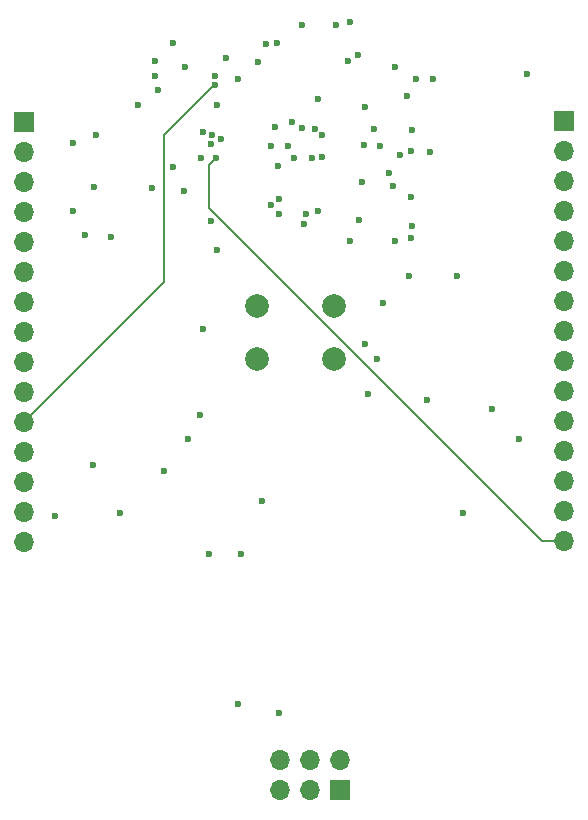
<source format=gbr>
%TF.GenerationSoftware,KiCad,Pcbnew,9.0.0*%
%TF.CreationDate,2025-04-07T20:23:24+05:30*%
%TF.ProjectId,arduino nano clone,61726475-696e-46f2-906e-616e6f20636c,rev?*%
%TF.SameCoordinates,Original*%
%TF.FileFunction,Copper,L4,Inr*%
%TF.FilePolarity,Positive*%
%FSLAX46Y46*%
G04 Gerber Fmt 4.6, Leading zero omitted, Abs format (unit mm)*
G04 Created by KiCad (PCBNEW 9.0.0) date 2025-04-07 20:23:24*
%MOMM*%
%LPD*%
G01*
G04 APERTURE LIST*
%TA.AperFunction,ComponentPad*%
%ADD10R,1.700000X1.700000*%
%TD*%
%TA.AperFunction,ComponentPad*%
%ADD11O,1.700000X1.700000*%
%TD*%
%TA.AperFunction,ComponentPad*%
%ADD12C,2.000000*%
%TD*%
%TA.AperFunction,ViaPad*%
%ADD13C,0.600000*%
%TD*%
%TA.AperFunction,Conductor*%
%ADD14C,0.200000*%
%TD*%
G04 APERTURE END LIST*
D10*
%TO.N,/D1{slash}TX*%
%TO.C,J3*%
X176377380Y-73380000D03*
D11*
%TO.N,/D0{slash}RX*%
X176377380Y-75920000D03*
%TO.N,/RESET*%
X176377380Y-78460000D03*
%TO.N,GND*%
X176377380Y-81000000D03*
%TO.N,/D2*%
X176377380Y-83540000D03*
%TO.N,/D3*%
X176377380Y-86080000D03*
%TO.N,/D4*%
X176377380Y-88620000D03*
%TO.N,/D5*%
X176377380Y-91160000D03*
%TO.N,/D6*%
X176377380Y-93700000D03*
%TO.N,/D7*%
X176377380Y-96240000D03*
%TO.N,/D8*%
X176377380Y-98780000D03*
%TO.N,/D9*%
X176377380Y-101320000D03*
%TO.N,/D10*%
X176377380Y-103860000D03*
%TO.N,/D11{slash}MOSI*%
X176377380Y-106400000D03*
%TO.N,/D12{slash}MISO*%
X176377380Y-108940000D03*
%TD*%
D10*
%TO.N,VCC*%
%TO.C,J4*%
X130627380Y-73420000D03*
D11*
%TO.N,GND*%
X130627380Y-75960000D03*
%TO.N,/RESET*%
X130627380Y-78500000D03*
%TO.N,+5V*%
X130627380Y-81040000D03*
%TO.N,/A7*%
X130627380Y-83580000D03*
%TO.N,/A6*%
X130627380Y-86120000D03*
%TO.N,/A5*%
X130627380Y-88660000D03*
%TO.N,/A4*%
X130627380Y-91200000D03*
%TO.N,/A3*%
X130627380Y-93740000D03*
%TO.N,/A2*%
X130627380Y-96280000D03*
%TO.N,/A1*%
X130627380Y-98820000D03*
%TO.N,/A0*%
X130627380Y-101360000D03*
%TO.N,/AREF*%
X130627380Y-103900000D03*
%TO.N,+3V3*%
X130627380Y-106440000D03*
%TO.N,/D13{slash}SCK*%
X130627380Y-108980000D03*
%TD*%
D10*
%TO.N,/D12{slash}MISO*%
%TO.C,J2*%
X157402380Y-130025000D03*
D11*
%TO.N,+5V*%
X157402380Y-127485000D03*
%TO.N,/D13{slash}SCK*%
X154862380Y-130025000D03*
%TO.N,/D11{slash}MOSI*%
X154862380Y-127485000D03*
%TO.N,/RESET*%
X152322380Y-130025000D03*
%TO.N,GND*%
X152322380Y-127485000D03*
%TD*%
D12*
%TO.N,Net-(U1-~{RESET}{slash}PC6)*%
%TO.C,SW1*%
X156877380Y-89000000D03*
X150377380Y-89000000D03*
%TO.N,GND*%
X156877380Y-93500000D03*
X150377380Y-93500000D03*
%TD*%
D13*
%TO.N,*%
X162450000Y-76200000D03*
X136560000Y-78940000D03*
X163450000Y-74150000D03*
X141450000Y-79000000D03*
%TO.N,GND*%
X150754760Y-105500000D03*
X145504760Y-98250000D03*
X159480000Y-72190000D03*
X158254760Y-83500000D03*
X163379178Y-75876996D03*
X170254760Y-97750000D03*
X145600000Y-76440000D03*
%TO.N,/AREF*%
X155852378Y-76370000D03*
X163504760Y-82250000D03*
%TO.N,Net-(U1-XTAL2{slash}PB7)*%
X155004760Y-76500000D03*
X136754760Y-74500000D03*
%TO.N,Net-(U1-XTAL1{slash}PB6)*%
X140254760Y-72000000D03*
X161504760Y-77750000D03*
X159254760Y-78500000D03*
%TO.N,+5V*%
X137960000Y-83200000D03*
X136504760Y-102500000D03*
X147310000Y-74840000D03*
X165270000Y-69810000D03*
X159399791Y-75366031D03*
X153494760Y-76480000D03*
X149004760Y-110000000D03*
X164754760Y-97000000D03*
X146254760Y-110000000D03*
X163780000Y-69810000D03*
%TO.N,Net-(U3-DTR)*%
X141754760Y-68250000D03*
X145754760Y-74250000D03*
%TO.N,Net-(D4-A)*%
X167254760Y-86500000D03*
X163254760Y-86500000D03*
X161004760Y-88750000D03*
%TO.N,VCC*%
X148754760Y-122750000D03*
X134754760Y-75250000D03*
X133254760Y-106750000D03*
X134754760Y-81000000D03*
X154127380Y-65250000D03*
X152254760Y-123500000D03*
X135754760Y-83000000D03*
%TO.N,Net-(J1-D+)*%
X162004760Y-83500000D03*
X157004760Y-65250000D03*
%TO.N,Net-(J1-ID)*%
X163424760Y-79790000D03*
X154354760Y-82050000D03*
X159014760Y-81750000D03*
X161834760Y-78840000D03*
X158254760Y-65000000D03*
X163374760Y-83280000D03*
%TO.N,/D12{slash}MISO*%
X146882281Y-76482719D03*
%TO.N,/D13{slash}SCK*%
X146442939Y-75325001D03*
%TO.N,/D11{slash}MOSI*%
X159504760Y-92250000D03*
X167754760Y-106500000D03*
X160504760Y-93500000D03*
X159754760Y-96500000D03*
X147004760Y-84250000D03*
X153004760Y-75500000D03*
%TO.N,/D8*%
X151504760Y-80500000D03*
%TO.N,/D4*%
X155852378Y-74560000D03*
X158055760Y-68301000D03*
%TO.N,/D3*%
X160254760Y-74000000D03*
X155254760Y-74000000D03*
%TO.N,/D0{slash}RX*%
X151084760Y-66820000D03*
X158877380Y-67750000D03*
%TO.N,/D7*%
X145754760Y-91000000D03*
X172504760Y-100250000D03*
X152254760Y-81250000D03*
%TO.N,/D6*%
X154504760Y-81250000D03*
%TO.N,/D2*%
X155504760Y-71500000D03*
X163090000Y-71249000D03*
%TO.N,/D9*%
X151504760Y-75500000D03*
%TO.N,/D1{slash}TX*%
X152004760Y-66750000D03*
X162004760Y-68750000D03*
%TO.N,/D10*%
X152174760Y-79920000D03*
X146414760Y-81840000D03*
X144204760Y-79260000D03*
%TO.N,/D5*%
X155504760Y-81000000D03*
%TO.N,/A0*%
X147004760Y-72000000D03*
%TO.N,/A1*%
X146754760Y-70300003D03*
%TO.N,/A6*%
X146554762Y-74499000D03*
%TO.N,/A3*%
X141754760Y-69500000D03*
X146754760Y-69500000D03*
%TO.N,/A2*%
X148754760Y-69750000D03*
X143254760Y-66750000D03*
%TO.N,/A4*%
X150424760Y-68330000D03*
%TO.N,/A7*%
X152134760Y-77200000D03*
X151894760Y-73860000D03*
%TO.N,/A5*%
X153354760Y-73410000D03*
%TO.N,Net-(U1-~{RESET}{slash}PC6)*%
X144504760Y-100250000D03*
X154153760Y-73960000D03*
X147754760Y-68000000D03*
X144254760Y-68750000D03*
X142504760Y-103000000D03*
%TO.N,/RX*%
X142004760Y-70750000D03*
X138754760Y-106500000D03*
%TO.N,/TX*%
X143254760Y-77250000D03*
X160805760Y-75449000D03*
%TO.N,Net-(U3-CBUS0)*%
X173184760Y-69360000D03*
%TO.N,Net-(U3-CBUS1)*%
X165004760Y-76000000D03*
%TD*%
D14*
%TO.N,/D12{slash}MISO*%
X146254760Y-80750000D02*
X174444760Y-108940000D01*
X146882281Y-76482719D02*
X146847281Y-76482719D01*
X146847281Y-76482719D02*
X146254760Y-77075240D01*
X146254760Y-77075240D02*
X146254760Y-80750000D01*
X174444760Y-108940000D02*
X176377380Y-108940000D01*
%TO.N,/A1*%
X142504760Y-86942620D02*
X130627380Y-98820000D01*
X142504760Y-74500000D02*
X142504760Y-86942620D01*
X146704757Y-70300003D02*
X142504760Y-74500000D01*
X146754760Y-70300003D02*
X146704757Y-70300003D01*
%TD*%
M02*

</source>
